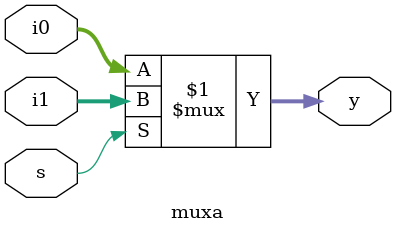
<source format=sv>
module muxa (
    input logic [5:0] i0,  // First 6-bit input address
    input logic [5:0] i1,  // Second 6-bit input address
    input logic s,         // Select signal (0 selects i0, 1 selects i1)
    output logic [5:0] y   // Selected 6-bit output address
);

    // Assign the output based on the select signal
    assign y = s ? i1 : i0;

endmodule

</source>
